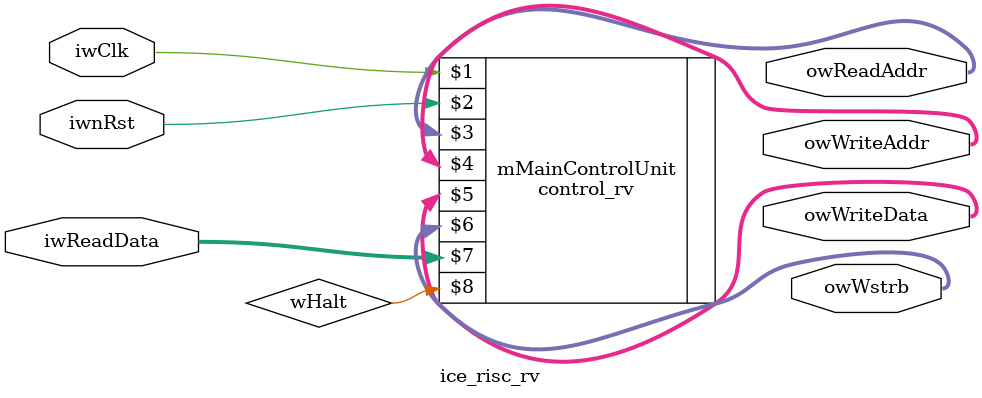
<source format=v>
module ice_risc_rv#(
	parameter pMemReadWait = 1'b1
)(
	input wire iwClk,
	input wire iwnRst,

	output wire [31:0]owReadAddr,
	output wire [31:0]owWriteAddr,
	output wire [31:0]owWriteData,
	output wire [3:0]owWstrb,

	input wire [31:0]iwReadData
);

wire wHalt;

control_rv #(
	.pMemReadWait(pMemReadWait)
)mMainControlUnit(iwClk, iwnRst, owReadAddr,
			    owWriteAddr, owWriteData, owWstrb,
			    iwReadData, wHalt);

endmodule

</source>
